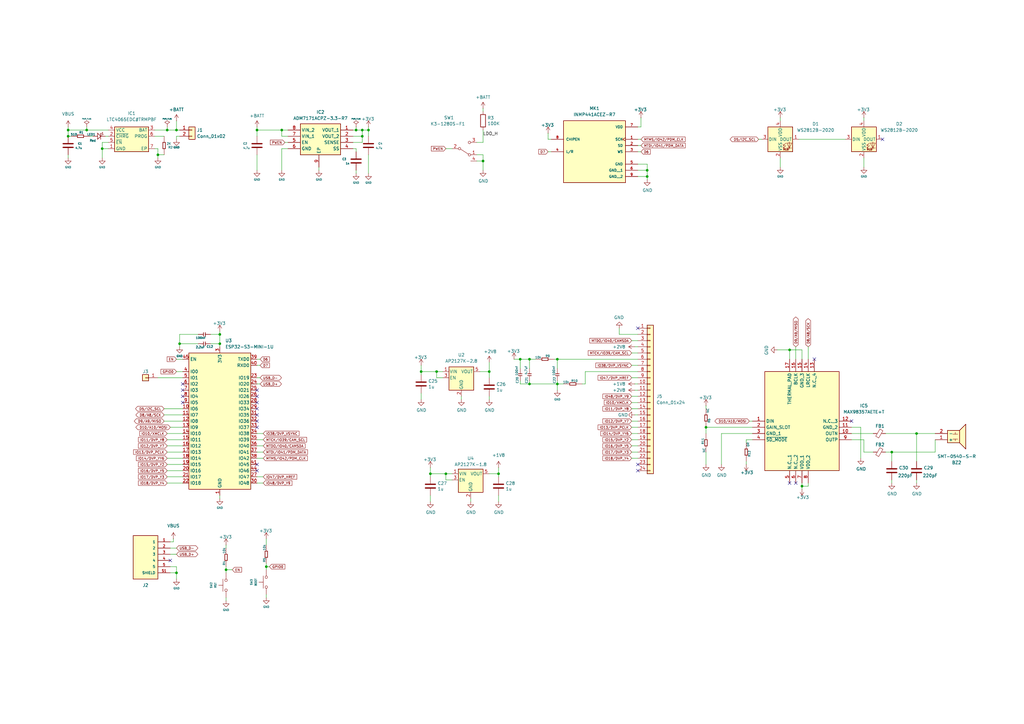
<source format=kicad_sch>
(kicad_sch (version 20231120) (generator "eeschema") (generator_version "8.0")
  (paper "A3")
  (junction (at 90.17 137.16))
  (junction (at 265.43 72.39))
  (junction (at 228.6 147.32))
  (junction (at 148.59 53.34))
  (junction (at 179.07 152.4))
  (junction (at 228.6 157.48))
  (junction (at 105.41 53.34))
  (junction (at 217.17 157.48))
  (junction (at 151.13 53.34))
  (junction (at 27.94 55.88))
  (junction (at 73.66 140.97))
  (junction (at 148.59 55.88))
  (junction (at 109.22 232.41))
  (junction (at 265.43 69.85))
  (junction (at 115.57 53.34))
  (junction (at 172.72 152.4))
  (junction (at 64.77 63.5))
  (junction (at 328.93 199.39))
  (junction (at 35.56 53.34))
  (junction (at 213.36 147.32))
  (junction (at 68.58 53.34))
  (junction (at 198.12 66.04))
  (junction (at 375.92 177.8))
  (junction (at 289.56 175.26))
  (junction (at 200.66 152.4))
  (junction (at 323.85 143.51))
  (junction (at 365.76 185.42))
  (junction (at 72.39 234.95))
  (junction (at 182.88 194.31))
  (junction (at 204.47 194.31))
  (junction (at 72.39 53.34))
  (junction (at 92.71 233.68))
  (junction (at 176.53 194.31))
  (junction (at 217.17 147.32))
  (junction (at 146.05 53.34))
  (junction (at 27.94 53.34))
  (junction (at 41.91 60.96))
  (junction (at 90.17 140.97))
  (no_connect (at 105.41 190.5))
  (no_connect (at 323.85 198.12))
  (no_connect (at 74.93 160.02))
  (no_connect (at 105.41 175.26))
  (no_connect (at 69.85 229.87))
  (no_connect (at 105.41 170.18))
  (no_connect (at 105.41 160.02))
  (no_connect (at 105.41 162.56))
  (no_connect (at 261.62 193.04))
  (no_connect (at 261.62 190.5))
  (no_connect (at 74.93 162.56))
  (no_connect (at 334.01 147.32))
  (no_connect (at 349.25 172.72))
  (no_connect (at 261.62 134.62))
  (no_connect (at 74.93 157.48))
  (no_connect (at 105.41 167.64))
  (no_connect (at 326.39 198.12))
  (no_connect (at 105.41 172.72))
  (no_connect (at 105.41 193.04))
  (no_connect (at 74.93 165.1))
  (no_connect (at 361.95 57.15))
  (no_connect (at 105.41 165.1))
  (wire (pts (xy 68.58 185.42) (xy 74.93 185.42)))
  (wire (pts (xy 90.17 204.47) (xy 90.17 203.2)))
  (wire (pts (xy 72.39 152.4) (xy 74.93 152.4)))
  (wire (pts (xy 354.33 48.26) (xy 354.33 49.53)))
  (wire (pts (xy 69.85 224.79) (xy 72.39 224.79)))
  (wire (pts (xy 238.76 157.48) (xy 240.03 157.48)))
  (wire (pts (xy 81.28 137.16) (xy 73.66 137.16)))
  (wire (pts (xy 44.45 60.96) (xy 41.91 60.96)))
  (wire (pts (xy 172.72 149.86) (xy 172.72 152.4)))
  (wire (pts (xy 148.59 58.42) (xy 148.59 55.88)))
  (wire (pts (xy 260.35 170.18) (xy 261.62 170.18)))
  (wire (pts (xy 151.13 52.07) (xy 151.13 53.34)))
  (wire (pts (xy 217.17 147.32) (xy 219.71 147.32)))
  (wire (pts (xy 228.6 157.48) (xy 231.14 157.48)))
  (wire (pts (xy 204.47 191.77) (xy 204.47 194.31)))
  (wire (pts (xy 326.39 142.24) (xy 326.39 147.32)))
  (wire (pts (xy 365.76 185.42) (xy 365.76 189.23)))
  (wire (pts (xy 261.62 154.94) (xy 259.08 154.94)))
  (wire (pts (xy 228.6 157.48) (xy 228.6 160.02)))
  (wire (pts (xy 265.43 72.39) (xy 265.43 73.66)))
  (wire (pts (xy 144.78 60.96) (xy 146.05 60.96)))
  (wire (pts (xy 109.22 220.98) (xy 109.22 223.52)))
  (wire (pts (xy 27.94 52.07) (xy 27.94 53.34)))
  (wire (pts (xy 320.04 64.77) (xy 320.04 68.58)))
  (wire (pts (xy 27.94 53.34) (xy 27.94 55.88)))
  (wire (pts (xy 107.95 180.34) (xy 105.41 180.34)))
  (wire (pts (xy 365.76 198.12) (xy 365.76 196.85)))
  (wire (pts (xy 73.66 137.16) (xy 73.66 140.97)))
  (wire (pts (xy 107.95 187.96) (xy 105.41 187.96)))
  (wire (pts (xy 261.62 52.07) (xy 262.89 52.07)))
  (wire (pts (xy 213.36 147.32) (xy 217.17 147.32)))
  (wire (pts (xy 210.82 147.32) (xy 213.36 147.32)))
  (wire (pts (xy 68.58 190.5) (xy 74.93 190.5)))
  (wire (pts (xy 224.79 62.23) (xy 226.06 62.23)))
  (wire (pts (xy 226.06 57.15) (xy 224.79 57.15)))
  (wire (pts (xy 261.62 175.26) (xy 259.08 175.26)))
  (wire (pts (xy 116.84 58.42) (xy 118.11 58.42)))
  (wire (pts (xy 27.94 55.88) (xy 29.21 55.88)))
  (wire (pts (xy 198.12 44.45) (xy 198.12 45.72)))
  (wire (pts (xy 35.56 52.07) (xy 35.56 53.34)))
  (wire (pts (xy 36.83 55.88) (xy 38.1 55.88)))
  (wire (pts (xy 179.07 152.4) (xy 181.61 152.4)))
  (wire (pts (xy 213.36 157.48) (xy 217.17 157.48)))
  (wire (pts (xy 69.85 175.26) (xy 74.93 175.26)))
  (wire (pts (xy 262.89 59.69) (xy 261.62 59.69)))
  (wire (pts (xy 72.39 232.41) (xy 72.39 234.95)))
  (wire (pts (xy 176.53 191.77) (xy 176.53 194.31)))
  (wire (pts (xy 172.72 161.29) (xy 172.72 163.83)))
  (wire (pts (xy 107.95 182.88) (xy 105.41 182.88)))
  (wire (pts (xy 109.22 232.41) (xy 110.49 232.41)))
  (wire (pts (xy 72.39 53.34) (xy 73.66 53.34)))
  (wire (pts (xy 182.88 196.85) (xy 182.88 194.31)))
  (wire (pts (xy 72.39 49.53) (xy 72.39 53.34)))
  (wire (pts (xy 328.93 200.66) (xy 328.93 199.39)))
  (wire (pts (xy 295.91 177.8) (xy 295.91 190.5)))
  (wire (pts (xy 261.62 69.85) (xy 265.43 69.85)))
  (wire (pts (xy 68.58 187.96) (xy 74.93 187.96)))
  (wire (pts (xy 68.58 195.58) (xy 74.93 195.58)))
  (wire (pts (xy 68.58 53.34) (xy 72.39 53.34)))
  (wire (pts (xy 146.05 53.34) (xy 148.59 53.34)))
  (wire (pts (xy 106.68 149.86) (xy 105.41 149.86)))
  (wire (pts (xy 115.57 60.96) (xy 118.11 60.96)))
  (wire (pts (xy 328.93 143.51) (xy 323.85 143.51)))
  (wire (pts (xy 64.77 63.5) (xy 67.31 63.5)))
  (wire (pts (xy 260.35 160.02) (xy 261.62 160.02)))
  (wire (pts (xy 105.41 63.5) (xy 105.41 69.85)))
  (wire (pts (xy 107.95 185.42) (xy 105.41 185.42)))
  (wire (pts (xy 68.58 52.07) (xy 68.58 53.34)))
  (wire (pts (xy 354.33 180.34) (xy 349.25 180.34)))
  (wire (pts (xy 328.93 147.32) (xy 328.93 143.51)))
  (wire (pts (xy 107.95 195.58) (xy 105.41 195.58)))
  (wire (pts (xy 217.17 157.48) (xy 228.6 157.48)))
  (wire (pts (xy 289.56 175.26) (xy 289.56 177.8)))
  (wire (pts (xy 308.61 180.34) (xy 306.07 180.34)))
  (wire (pts (xy 261.62 67.31) (xy 265.43 67.31)))
  (wire (pts (xy 227.33 147.32) (xy 228.6 147.32)))
  (wire (pts (xy 146.05 60.96) (xy 146.05 62.23)))
  (wire (pts (xy 261.62 177.8) (xy 259.08 177.8)))
  (wire (pts (xy 261.62 182.88) (xy 259.08 182.88)))
  (wire (pts (xy 261.62 144.78) (xy 259.08 144.78)))
  (wire (pts (xy 109.22 232.41) (xy 109.22 233.68)))
  (wire (pts (xy 68.58 193.04) (xy 74.93 193.04)))
  (wire (pts (xy 151.13 53.34) (xy 151.13 55.88)))
  (wire (pts (xy 196.85 152.4) (xy 200.66 152.4)))
  (wire (pts (xy 68.58 198.12) (xy 74.93 198.12)))
  (wire (pts (xy 105.41 53.34) (xy 105.41 55.88)))
  (wire (pts (xy 109.22 245.11) (xy 109.22 243.84)))
  (wire (pts (xy 349.25 175.26) (xy 353.06 175.26)))
  (wire (pts (xy 375.92 177.8) (xy 375.92 189.23)))
  (wire (pts (xy 262.89 57.15) (xy 261.62 57.15)))
  (wire (pts (xy 261.62 137.16) (xy 254 137.16)))
  (wire (pts (xy 189.23 163.83) (xy 189.23 162.56)))
  (wire (pts (xy 115.57 60.96) (xy 115.57 69.85)))
  (wire (pts (xy 90.17 140.97) (xy 90.17 142.24)))
  (wire (pts (xy 115.57 55.88) (xy 115.57 53.34)))
  (wire (pts (xy 63.5 53.34) (xy 68.58 53.34)))
  (wire (pts (xy 331.47 199.39) (xy 328.93 199.39)))
  (wire (pts (xy 240.03 152.4) (xy 261.62 152.4)))
  (wire (pts (xy 328.93 199.39) (xy 328.93 198.12)))
  (wire (pts (xy 228.6 147.32) (xy 261.62 147.32)))
  (wire (pts (xy 383.54 185.42) (xy 365.76 185.42)))
  (wire (pts (xy 254 137.16) (xy 254 134.62)))
  (wire (pts (xy 217.17 156.21) (xy 217.17 157.48)))
  (wire (pts (xy 204.47 203.2) (xy 204.47 205.74)))
  (wire (pts (xy 71.12 222.25) (xy 69.85 222.25)))
  (wire (pts (xy 200.66 148.59) (xy 200.66 152.4)))
  (wire (pts (xy 69.85 227.33) (xy 72.39 227.33)))
  (wire (pts (xy 63.5 60.96) (xy 64.77 60.96)))
  (wire (pts (xy 148.59 53.34) (xy 151.13 53.34)))
  (wire (pts (xy 118.11 55.88) (xy 115.57 55.88)))
  (wire (pts (xy 144.78 55.88) (xy 148.59 55.88)))
  (wire (pts (xy 198.12 63.5) (xy 198.12 66.04)))
  (wire (pts (xy 261.62 162.56) (xy 259.08 162.56)))
  (wire (pts (xy 198.12 58.42) (xy 195.58 58.42)))
  (wire (pts (xy 323.85 143.51) (xy 318.77 143.51)))
  (wire (pts (xy 198.12 53.34) (xy 198.12 58.42)))
  (wire (pts (xy 261.62 165.1) (xy 259.08 165.1)))
  (wire (pts (xy 262.89 62.23) (xy 261.62 62.23)))
  (wire (pts (xy 327.66 57.15) (xy 346.71 57.15)))
  (wire (pts (xy 195.58 66.04) (xy 198.12 66.04)))
  (wire (pts (xy 224.79 57.15) (xy 224.79 54.61)))
  (wire (pts (xy 172.72 152.4) (xy 172.72 153.67)))
  (wire (pts (xy 289.56 175.26) (xy 308.61 175.26)))
  (wire (pts (xy 41.91 58.42) (xy 41.91 60.96)))
  (wire (pts (xy 331.47 198.12) (xy 331.47 199.39)))
  (wire (pts (xy 240.03 157.48) (xy 240.03 152.4)))
  (wire (pts (xy 176.53 194.31) (xy 182.88 194.31)))
  (wire (pts (xy 86.36 137.16) (xy 90.17 137.16)))
  (wire (pts (xy 151.13 63.5) (xy 151.13 71.12)))
  (wire (pts (xy 195.58 63.5) (xy 198.12 63.5)))
  (wire (pts (xy 92.71 233.68) (xy 92.71 234.95)))
  (wire (pts (xy 67.31 167.64) (xy 74.93 167.64)))
  (wire (pts (xy 106.68 147.32) (xy 105.41 147.32)))
  (wire (pts (xy 320.04 48.26) (xy 320.04 49.53)))
  (wire (pts (xy 105.41 53.34) (xy 115.57 53.34)))
  (wire (pts (xy 261.62 187.96) (xy 259.08 187.96)))
  (wire (pts (xy 67.31 170.18) (xy 74.93 170.18)))
  (wire (pts (xy 265.43 69.85) (xy 265.43 72.39)))
  (wire (pts (xy 200.66 162.56) (xy 200.66 163.83)))
  (wire (pts (xy 90.17 137.16) (xy 90.17 140.97)))
  (wire (pts (xy 144.78 53.34) (xy 146.05 53.34)))
  (wire (pts (xy 92.71 233.68) (xy 95.25 233.68)))
  (wire (pts (xy 307.34 172.72) (xy 308.61 172.72)))
  (wire (pts (xy 64.77 154.94) (xy 74.93 154.94)))
  (wire (pts (xy 363.22 185.42) (xy 365.76 185.42)))
  (wire (pts (xy 331.47 142.24) (xy 331.47 147.32)))
  (wire (pts (xy 144.78 58.42) (xy 148.59 58.42)))
  (wire (pts (xy 130.81 68.58) (xy 130.81 69.85)))
  (wire (pts (xy 179.07 154.94) (xy 181.61 154.94)))
  (wire (pts (xy 261.62 172.72) (xy 259.08 172.72)))
  (wire (pts (xy 43.18 55.88) (xy 44.45 55.88)))
  (wire (pts (xy 261.62 72.39) (xy 265.43 72.39)))
  (wire (pts (xy 92.71 223.52) (xy 92.71 224.79)))
  (wire (pts (xy 41.91 60.96) (xy 41.91 64.77)))
  (wire (pts (xy 200.66 194.31) (xy 204.47 194.31)))
  (wire (pts (xy 353.06 175.26) (xy 353.06 187.96)))
  (wire (pts (xy 35.56 53.34) (xy 44.45 53.34)))
  (wire (pts (xy 354.33 185.42) (xy 354.33 180.34)))
  (wire (pts (xy 358.14 185.42) (xy 354.33 185.42)))
  (wire (pts (xy 363.22 177.8) (xy 375.92 177.8)))
  (wire (pts (xy 262.89 52.07) (xy 262.89 48.26)))
  (wire (pts (xy 72.39 234.95) (xy 72.39 237.49)))
  (wire (pts (xy 289.56 166.37) (xy 289.56 167.64)))
  (wire (pts (xy 69.85 234.95) (xy 72.39 234.95)))
  (wire (pts (xy 81.28 140.97) (xy 73.66 140.97)))
  (wire (pts (xy 86.36 140.97) (xy 90.17 140.97)))
  (wire (pts (xy 261.62 149.86) (xy 259.08 149.86)))
  (wire (pts (xy 44.45 58.42) (xy 41.91 58.42)))
  (wire (pts (xy 200.66 152.4) (xy 200.66 154.94)))
  (wire (pts (xy 64.77 60.96) (xy 64.77 63.5)))
  (wire (pts (xy 383.54 180.34) (xy 383.54 185.42)))
  (wire (pts (xy 289.56 190.5) (xy 289.56 185.42)))
  (wire (pts (xy 107.95 198.12) (xy 105.41 198.12)))
  (wire (pts (xy 217.17 147.32) (xy 217.17 151.13)))
  (wire (pts (xy 90.17 135.89) (xy 90.17 137.16)))
  (wire (pts (xy 148.59 55.88) (xy 148.59 53.34)))
  (wire (pts (xy 176.53 203.2) (xy 176.53 205.74)))
  (wire (pts (xy 68.58 180.34) (xy 74.93 180.34)))
  (wire (pts (xy 228.6 147.32) (xy 228.6 151.13)))
  (wire (pts (xy 213.36 147.32) (xy 213.36 151.13)))
  (wire (pts (xy 182.88 196.85) (xy 185.42 196.85)))
  (wire (pts (xy 179.07 154.94) (xy 179.07 152.4)))
  (wire (pts (xy 71.12 220.98) (xy 71.12 222.25)))
  (wire (pts (xy 265.43 67.31) (xy 265.43 69.85)))
  (wire (pts (xy 115.57 53.34) (xy 118.11 53.34)))
  (wire (pts (xy 228.6 157.48) (xy 228.6 156.21)))
  (wire (pts (xy 107.95 177.8) (xy 105.41 177.8)))
  (wire (pts (xy 106.68 154.94) (xy 105.41 154.94)))
  (wire (pts (xy 261.62 139.7) (xy 259.08 139.7)))
  (wire (pts (xy 261.62 167.64) (xy 259.08 167.64)))
  (wire (pts (xy 67.31 172.72) (xy 74.93 172.72)))
  (wire (pts (xy 92.71 232.41) (xy 92.71 233.68)))
  (wire (pts (xy 176.53 194.31) (xy 176.53 195.58)))
  (wire (pts (xy 105.41 52.07) (xy 105.41 53.34)))
  (wire (pts (xy 306.07 180.34) (xy 306.07 181.61)))
  (wire (pts (xy 375.92 198.12) (xy 375.92 196.85)))
  (wire (pts (xy 204.47 194.31) (xy 204.47 195.58)))
  (wire (pts (xy 306.07 190.5) (xy 306.07 189.23)))
  (wire (pts (xy 109.22 231.14) (xy 109.22 232.41)))
  (wire (pts (xy 72.39 147.32) (xy 74.93 147.32)))
  (wire (pts (xy 106.68 157.48) (xy 105.41 157.48)))
  (wire (pts (xy 64.77 63.5) (xy 64.77 64.77)))
  (wire (pts (xy 146.05 71.12) (xy 146.05 69.85)))
  (wire (pts (xy 354.33 64.77) (xy 354.33 68.58)))
  (wire (pts (xy 72.39 55.88) (xy 73.66 55.88)))
  (wire (pts (xy 311.15 57.15) (xy 312.42 57.15)))
  (wire (pts (xy 261.62 185.42) (xy 259.08 185.42)))
  (wire (pts (xy 68.58 182.88) (xy 74.93 182.88)))
  (wire (pts (xy 92.71 246.38) (xy 92.71 245.11)))
  (wire (pts (xy 172.72 152.4) (xy 179.07 152.4)))
  (wire (pts (xy 27.94 63.5) (xy 27.94 64.77)))
  (wire (pts (xy 73.66 140.97) (xy 73.66 142.24)))
  (wire (pts (xy 68.58 177.8) (xy 74.93 177.8)))
  (wire (pts (xy 375.92 177.8) (xy 383.54 177.8)))
  (wire (pts (xy 72.39 57.15) (xy 72.39 55.88)))
  (wire (pts (xy 198.12 66.04) (xy 198.12 69.85)))
  (wire (pts (xy 358.14 177.8) (xy 349.25 177.8)))
  (wire (pts (xy 63.5 55.88) (xy 67.31 55.88)))
  (wire (pts (xy 69.85 232.41) (xy 72.39 232.41)))
  (wire (pts (xy 182.88 60.96) (xy 185.42 60.96)))
  (wire (pts (xy 182.88 194.31) (xy 185.42 194.31)))
  (wire (pts (xy 323.85 147.32) (xy 323.85 143.51)))
  (wire (pts (xy 308.61 177.8) (xy 295.91 177.8)))
  (wire (pts (xy 27.94 53.34) (xy 35.56 53.34)))
  (wire (pts (xy 146.05 52.07) (xy 146.05 53.34)))
  (wire (pts (xy 260.35 142.24) (xy 261.62 142.24)))
  (wire (pts (xy 213.36 156.21) (xy 213.36 157.48)))
  (wire (pts (xy 260.35 157.48) (xy 261.62 157.48)))
  (wire (pts (xy 193.04 205.74) (xy 193.04 204.47)))
  (wire (pts (xy 261.62 180.34) (xy 259.08 180.34)))
  (label "LDO_H" (at 198.12 55.88 0))
  (global_label "IO16{slash}DVP_Y5" (shape input) (at 68.58 193.04 180) (effects (font (size 1 1))) (property "Intersheetrefs" "${INTERSHEET_REFS}" (effects (hide yes))))
  (global_label "IO11{slash}DVP_Y8" (shape input) (at 68.58 180.34 180) (effects (font (size 1 1))) (property "Intersheetrefs" "${INTERSHEET_REFS}" (effects (hide yes))))
  (global_label "IO10{slash}XMCLK" (shape input) (at 259.08 165.1 180) (effects (font (size 1 1))) (property "Intersheetrefs" "${INTERSHEET_REFS}" (effects (hide yes))))
  (global_label "D6" (shape input) (at 262.89 62.23 0) (effects (font (size 1 1))) (property "Intersheetrefs" "${INTERSHEET_REFS}" (effects (hide yes))))
  (global_label "D8{slash}A8{slash}SCK" (shape bidirectional) (at 67.31 170.18 180) (effects (font (size 1 1))) (property "Intersheetrefs" "${INTERSHEET_REFS}" (effects (hide yes))))
  (global_label "USB_D+" (shape bidirectional) (at 106.68 157.48 0) (effects (font (size 1 1))) (property "Intersheetrefs" "${INTERSHEET_REFS}" (effects (hide yes))))
  (global_label "D10{slash}A10{slash}MOSI" (shape bidirectional) (at 69.85 175.26 180) (effects (font (size 1 1))) (property "Intersheetrefs" "${INTERSHEET_REFS}" (effects (hide yes))))
  (global_label "MTMS{slash}IO42{slash}PDM_CLK" (shape input) (at 262.89 57.15 0) (effects (font (size 1 1))) (property "Intersheetrefs" "${INTERSHEET_REFS}" (effects (hide yes))))
  (global_label "IO38{slash}DVP_VSYNC" (shape input) (at 107.95 177.8 0) (effects (font (size 1 1))) (property "Intersheetrefs" "${INTERSHEET_REFS}" (effects (hide yes))))
  (global_label "EN" (shape input) (at 95.25 233.68 0) (effects (font (size 1 1))) (property "Intersheetrefs" "${INTERSHEET_REFS}" (effects (hide yes))))
  (global_label "IO18{slash}DVP_Y4" (shape input) (at 259.08 187.96 180) (effects (font (size 1 1))) (property "Intersheetrefs" "${INTERSHEET_REFS}" (effects (hide yes))))
  (global_label "IO15{slash}DVP_Y2" (shape input) (at 259.08 180.34 180) (effects (font (size 1 1))) (property "Intersheetrefs" "${INTERSHEET_REFS}" (effects (hide yes))))
  (global_label "MTDI{slash}IO41{slash}PDM_DATA" (shape input) (at 107.95 185.42 0) (effects (font (size 1 1))) (property "Intersheetrefs" "${INTERSHEET_REFS}" (effects (hide yes))))
  (global_label "D10{slash}A10{slash}MOSI" (shape bidirectional) (at 307.34 172.72 180) (effects (font (size 1 1))) (property "Intersheetrefs" "${INTERSHEET_REFS}" (effects (hide yes))))
  (global_label "IO48{slash}DVP_Y9" (shape input) (at 107.95 198.12 0) (effects (font (size 1 1))) (property "Intersheetrefs" "${INTERSHEET_REFS}" (effects (hide yes))))
  (global_label "IO11{slash}DVP_Y8" (shape input) (at 259.08 167.64 180) (effects (font (size 1 1))) (property "Intersheetrefs" "${INTERSHEET_REFS}" (effects (hide yes))))
  (global_label "GPIO0" (shape input) (at 110.49 232.41 0) (effects (font (size 1 1))) (property "Intersheetrefs" "${INTERSHEET_REFS}" (effects (hide yes))))
  (global_label "PWEN" (shape input) (at 116.84 58.42 180) (effects (font (size 1 1))) (property "Intersheetrefs" "${INTERSHEET_REFS}" (effects (hide yes))))
  (global_label "IO47{slash}DVP_HREF" (shape input) (at 259.08 154.94 180) (effects (font (size 1 1))) (property "Intersheetrefs" "${INTERSHEET_REFS}" (effects (hide yes))))
  (global_label "IO10{slash}XMCLK" (shape input) (at 68.58 177.8 180) (effects (font (size 1 1))) (property "Intersheetrefs" "${INTERSHEET_REFS}" (effects (hide yes))))
  (global_label "IO14{slash}DVP_YY6" (shape input) (at 259.08 177.8 180) (effects (font (size 1 1))) (property "Intersheetrefs" "${INTERSHEET_REFS}" (effects (hide yes))))
  (global_label "PWEN" (shape input) (at 182.88 60.96 180) (effects (font (size 1 1))) (property "Intersheetrefs" "${INTERSHEET_REFS}" (effects (hide yes))))
  (global_label "IO14{slash}DVP_YY6" (shape input) (at 68.58 187.96 180) (effects (font (size 1 1))) (property "Intersheetrefs" "${INTERSHEET_REFS}" (effects (hide yes))))
  (global_label "MTDI{slash}IO41{slash}PDM_DATA" (shape input) (at 262.89 59.69 0) (effects (font (size 1 1))) (property "Intersheetrefs" "${INTERSHEET_REFS}" (effects (hide yes))))
  (global_label "IO15{slash}DVP_Y2" (shape input) (at 68.58 190.5 180) (effects (font (size 1 1))) (property "Intersheetrefs" "${INTERSHEET_REFS}" (effects (hide yes))))
  (global_label "D7" (shape input) (at 106.68 149.86 0) (effects (font (size 1 1))) (property "Intersheetrefs" "${INTERSHEET_REFS}" (effects (hide yes))))
  (global_label "IO17{slash}DVP_Y3" (shape input) (at 68.58 195.58 180) (effects (font (size 1 1))) (property "Intersheetrefs" "${INTERSHEET_REFS}" (effects (hide yes))))
  (global_label "USB_D-" (shape bidirectional) (at 72.39 224.79 0) (effects (font (size 1 1))) (property "Intersheetrefs" "${INTERSHEET_REFS}" (effects (hide yes))))
  (global_label "USB_D-" (shape bidirectional) (at 106.68 154.94 0) (effects (font (size 1 1))) (property "Intersheetrefs" "${INTERSHEET_REFS}" (effects (hide yes))))
  (global_label "IO47{slash}DVP_HREF" (shape input) (at 107.95 195.58 0) (effects (font (size 1 1))) (property "Intersheetrefs" "${INTERSHEET_REFS}" (effects (hide yes))))
  (global_label "EN" (shape input) (at 72.39 147.32 180) (effects (font (size 1 1))) (property "Intersheetrefs" "${INTERSHEET_REFS}" (effects (hide yes))))
  (global_label "IO13{slash}DVP_PCLK" (shape input) (at 68.58 185.42 180) (effects (font (size 1 1))) (property "Intersheetrefs" "${INTERSHEET_REFS}" (effects (hide yes))))
  (global_label "D8{slash}A8{slash}SCK" (shape bidirectional) (at 331.47 142.24 90) (effects (font (size 1 1))) (property "Intersheetrefs" "${INTERSHEET_REFS}" (effects (hide yes))))
  (global_label "IO12{slash}DVP_Y7" (shape input) (at 259.08 172.72 180) (effects (font (size 1 1))) (property "Intersheetrefs" "${INTERSHEET_REFS}" (effects (hide yes))))
  (global_label "USB_D+" (shape bidirectional) (at 72.39 227.33 0) (effects (font (size 1 1))) (property "Intersheetrefs" "${INTERSHEET_REFS}" (effects (hide yes))))
  (global_label "MTDO{slash}IO40{slash}CAMSDA" (shape input) (at 259.08 139.7 180) (effects (font (size 1 1))) (property "Intersheetrefs" "${INTERSHEET_REFS}" (effects (hide yes))))
  (global_label "D6" (shape input) (at 106.68 147.32 0) (effects (font (size 1 1))) (property "Intersheetrefs" "${INTERSHEET_REFS}" (effects (hide yes))))
  (global_label "IO18{slash}DVP_Y4" (shape input) (at 68.58 198.12 180) (effects (font (size 1 1))) (property "Intersheetrefs" "${INTERSHEET_REFS}" (effects (hide yes))))
  (global_label "D5{slash}I2C_SCL" (shape bidirectional) (at 311.15 57.15 180) (effects (font (size 1 1))) (property "Intersheetrefs" "${INTERSHEET_REFS}" (effects (hide yes))))
  (global_label "D9{slash}A9{slash}MISO" (shape bidirectional) (at 67.31 172.72 180) (effects (font (size 1 1))) (property "Intersheetrefs" "${INTERSHEET_REFS}" (effects (hide yes))))
  (global_label "D9{slash}A9{slash}MISO" (shape bidirectional) (at 326.39 142.24 90) (effects (font (size 1 1))) (property "Intersheetrefs" "${INTERSHEET_REFS}" (effects (hide yes))))
  (global_label "IO13{slash}DVP_PCLK" (shape input) (at 259.08 175.26 180) (effects (font (size 1 1))) (property "Intersheetrefs" "${INTERSHEET_REFS}" (effects (hide yes))))
  (global_label "MTCK{slash}IO39{slash}CAM_SCL" (shape input) (at 107.95 180.34 0) (effects (font (size 1 1))) (property "Intersheetrefs" "${INTERSHEET_REFS}" (effects (hide yes))))
  (global_label "GPIO0" (shape input) (at 72.39 152.4 180) (effects (font (size 1 1))) (property "Intersheetrefs" "${INTERSHEET_REFS}" (effects (hide yes))))
  (global_label "IO16{slash}DVP_Y5" (shape input) (at 259.08 182.88 180) (effects (font (size 1 1))) (property "Intersheetrefs" "${INTERSHEET_REFS}" (effects (hide yes))))
  (global_label "MTMS{slash}IO42{slash}PDM_CLK" (shape input) (at 107.95 187.96 0) (effects (font (size 1 1))) (property "Intersheetrefs" "${INTERSHEET_REFS}" (effects (hide yes))))
  (global_label "MTCK{slash}IO39{slash}CAM_SCL" (shape input) (at 259.08 144.78 180) (effects (font (size 1 1))) (property "Intersheetrefs" "${INTERSHEET_REFS}" (effects (hide yes))))
  (global_label "IO17{slash}DVP_Y3" (shape input) (at 259.08 185.42 180) (effects (font (size 1 1))) (property "Intersheetrefs" "${INTERSHEET_REFS}" (effects (hide yes))))
  (global_label "IO48{slash}DVP_Y9" (shape input) (at 259.08 162.56 180) (effects (font (size 1 1))) (property "Intersheetrefs" "${INTERSHEET_REFS}" (effects (hide yes))))
  (global_label "IO38{slash}DVP_VSYNC" (shape input) (at 259.08 149.86 180) (effects (font (size 1 1))) (property "Intersheetrefs" "${INTERSHEET_REFS}" (effects (hide yes))))
  (global_label "D5{slash}I2C_SCL" (shape bidirectional) (at 67.31 167.64 180) (effects (font (size 1 1))) (property "Intersheetrefs" "${INTERSHEET_REFS}" (effects (hide yes))))
  (global_label "IO12{slash}DVP_Y7" (shape input) (at 68.58 182.88 180) (effects (font (size 1 1))) (property "Intersheetrefs" "${INTERSHEET_REFS}" (effects (hide yes))))
  (global_label "MTDO{slash}IO40{slash}CAMSDA" (shape input) (at 107.95 182.88 0) (effects (font (size 1 1))) (property "Intersheetrefs" "${INTERSHEET_REFS}" (effects (hide yes))))
  (global_label "D7" (shape input) (at 224.79 62.23 180) (effects (font (size 1 1))) (property "Intersheetrefs" "${INTERSHEET_REFS}" (effects (hide yes))))
  (symbol (lib_id "Device:C") (at 365.76 193.04 0) (unit 1)
    (property "Reference" "C30" (at 368.681 191.8716 0) (effects (justify left)))
    (property "Value" "220pF" (at 368.3 195.072 0) (effects (justify left)))
    (property "Footprint" "Capacitor_SMD:C_0603_1608Metric" (effects (hide yes)))
    (property "DigiKey Part Number" "490-10018-1-ND" (effects (hide yes)))
    (property "DigiKey Link" "https://www.digikey.in/en/products/detail/murata-electronics/GRM155R61E105MA12D/4905141" (effects (hide yes)))
    (property "Manufacturer" "Murata Electronics" (effects (hide yes)))
    (property "Manufacturer Product Number" "GRM155R61E105MA12D" (effects (hide yes)))
  )
  (symbol (lib_id "power:+2V8") (at 260.35 142.24 90) (unit 1)
    (property "Reference" "#PWR054" (effects (hide yes)))
    (property "Value" "+2V8" (at 256.54 142.2399 90) (effects (justify left)))
    (property "Description" "Power symbol creates a global label with name \"+2V8\"" (effects (hide yes)))
  )
  (symbol (lib_id "power:+3V3") (at 306.07 190.5 180) (unit 1)
    (property "Reference" "#PWR078" (effects (hide yes)))
    (property "Value" "+3V3" (at 306.324 193.802 0))
    (property "Description" "Power symbol creates a global label with name \"+3V3\"" (effects (hide yes)))
  )
  (symbol (lib_id "Switch:SW_SPDT") (at 190.5 60.96 0) (mirror x) (unit 1)
    (property "Reference" "SW1" (at 184.15 48.26 0))
    (property "Value" "K3-1280S-F1 " (at 184.15 50.8 0))
    (property "Footprint" "SMD_Slide_switch:slide switch spdt" (effects (hide yes)))
  )
  (symbol (lib_id "OV5674-Dual-1.0-rescue:GND-power") (at 176.53 205.74 0) (unit 1)
    (property "Reference" "#PWR061" (effects (hide yes)))
    (property "Value" "GND" (at 176.657 210.1342 0))
  )
  (symbol (lib_id "power:+3V3") (at 320.04 48.26 0) (unit 1)
    (property "Reference" "#PWR038" (effects (hide yes)))
    (property "Value" "+3V3" (at 319.786 44.958 0))
    (property "Description" "Power symbol creates a global label with name \"+3V3\"" (effects (hide yes)))
  )
  (symbol (lib_id "power:+BATT") (at 72.39 49.53 0) (unit 1)
    (property "Reference" "#PWR06" (effects (hide yes)))
    (property "Value" "+BATT" (at 72.39 44.958 0))
    (property "Description" "Power symbol creates a global label with name \"+BATT\"" (effects (hide yes)))
  )
  (symbol (lib_id "power:GND") (at 90.17 204.47 0) (unit 1)
    (property "Reference" "#PWR041" (effects (hide yes)))
    (property "Value" "GND" (at 90.17 208.28 0) (effects (font (size 0.8 0.8))))
  )
  (symbol (lib_id "power:GND") (at 64.77 64.77 0) (unit 1)
    (property "Reference" "#PWR04" (effects (hide yes)))
    (property "Value" "GND" (at 64.77 68.58 0) (effects (font (size 0.8 0.8))))
  )
  (symbol (lib_id "power:+BATT") (at 105.41 52.07 0) (unit 1)
    (property "Reference" "#PWR08" (effects (hide yes)))
    (property "Value" "+BATT" (at 105.41 47.498 0))
    (property "Description" "Power symbol creates a global label with name \"+BATT\"" (effects (hide yes)))
  )
  (symbol (lib_id "power:+3V3") (at 151.13 52.07 0) (unit 1)
    (property "Reference" "#PWR045" (effects (hide yes)))
    (property "Value" "+3V3" (at 150.876 48.768 0))
    (property "Description" "Power symbol creates a global label with name \"+3V3\"" (effects (hide yes)))
  )
  (symbol (lib_id "power:+3V3") (at 328.93 200.66 180) (unit 1)
    (property "Reference" "#PWR070" (effects (hide yes)))
    (property "Value" "+3V3" (at 329.184 203.962 0))
    (property "Description" "Power symbol creates a global label with name \"+3V3\"" (effects (hide yes)))
  )
  (symbol (lib_id "LED:WS2812B-2020") (at 354.33 57.15 0) (unit 1)
    (property "Reference" "D2" (at 368.808 50.8314 0))
    (property "Value" "WS2812B-2020" (at 368.808 53.3714 0))
    (property "Footprint" "LED_SMD:LED_WS2812B-2020_PLCC4_2.0x2.0mm" (effects (hide yes)))
    (property "Datasheet" "https://cdn-shop.adafruit.com/product-files/4684/4684_WS2812B-2020_V1.3_EN.pdf" (effects (hide yes)))
    (property "Description" "RGB LED with integrated controller, 2.0 x 2.0 mm, 12 mA" (effects (hide yes)))
  )
  (symbol (lib_id "OV5674-Dual-1.0-rescue:GND-power") (at 172.72 163.83 0) (unit 1)
    (property "Reference" "#PWR055" (effects (hide yes)))
    (property "Value" "GND" (at 172.847 168.2242 0))
  )
  (symbol (lib_id "power:GND") (at 27.94 64.77 0) (unit 1)
    (property "Reference" "#PWR02" (effects (hide yes)))
    (property "Value" "GND" (at 27.94 68.58 0) (effects (font (size 0.8 0.8))))
  )
  (symbol (lib_id "power:+3V3") (at 109.22 220.98 0) (unit 1)
    (property "Reference" "#PWR027" (effects (hide yes)))
    (property "Value" "+3V3" (at 108.966 217.678 0))
    (property "Description" "Power symbol creates a global label with name \"+3V3\"" (effects (hide yes)))
  )
  (symbol (lib_id "Discreted:R") (at 67.31 59.69 270) (unit 1)
    (property "Reference" "R2" (at 70.866 59.944 90) (effects (font (size 0.889 0.889)) (justify right top)))
    (property "Value" "2K" (at 68.326 59.436 90) (effects (font (size 0.889 0.889)) (justify left bottom)))
    (property "Footprint" "Resistor_SMD:R_0603_1608Metric" (effects (hide yes)))
  )
  (symbol (lib_id "power:PWR_FLAG") (at 35.56 52.07 0) (unit 1)
    (property "Reference" "#FLG01" (effects (hide yes)))
    (property "Value" "PWR_FLAG" (at 35.56 48.768 0) (effects (font (size 0.5 0.5))))
    (property "Description" "Special symbol for telling ERC where power comes from" (effects (hide yes)))
  )
  (symbol (lib_id "power:GND") (at 72.39 237.49 0) (unit 1)
    (property "Reference" "#PWR017" (effects (hide yes)))
    (property "Value" "GND" (at 72.39 241.3 0) (effects (font (size 0.8 0.8))))
  )
  (symbol (lib_id "Discreted:C") (at 83.82 137.16 0) (unit 1)
    (property "Reference" "C13" (effects (hide yes)))
    (property "Value" "100nF" (at 80.2444 139.0774 0) (effects (font (size 0.889 0.889)) (justify left bottom)))
    (property "Footprint" "Capacitor_SMD:C_0603_1608Metric" (effects (hide yes)))
  )
  (symbol (lib_id "power:GND") (at 198.12 69.85 0) (unit 1)
    (property "Reference" "#PWR015" (effects (hide yes)))
    (property "Value" "GND" (at 198.247 74.2442 0))
  )
  (symbol (lib_id "power:+1V8") (at 204.47 191.77 0) (unit 1)
    (property "Reference" "#PWR065" (effects (hide yes)))
    (property "Value" "+1V8" (at 204.47 186.69 0))
    (property "Description" "Power symbol creates a global label with name \"+1V8\"" (effects (hide yes)))
  )
  (symbol (lib_id "power:GND") (at 109.22 245.11 0) (unit 1)
    (property "Reference" "#PWR025" (effects (hide yes)))
    (property "Value" "GND" (at 109.22 248.92 0) (effects (font (size 0.8 0.8))))
  )
  (symbol (lib_id "Device:C") (at 27.94 59.69 0) (mirror y) (unit 1)
    (property "Reference" "C1" (at 33.655 58.9026 0) (effects (font (size 0.8 0.8)) (justify left)))
    (property "Value" "4.7u" (at 33.655 60.706 0) (effects (font (size 0.8 0.8)) (justify left)))
    (property "Footprint" "Capacitor_SMD:C_0603_1608Metric" (effects (hide yes)))
  )
  (symbol (lib_id "power:+3V3") (at 289.56 166.37 0) (unit 1)
    (property "Reference" "#PWR075" (effects (hide yes)))
    (property "Value" "+3V3" (at 289.306 163.068 0))
    (property "Description" "Power symbol creates a global label with name \"+3V3\"" (effects (hide yes)))
  )
  (symbol (lib_id "power:GND") (at 146.05 71.12 0) (unit 1)
    (property "Reference" "#PWR012" (effects (hide yes)))
    (property "Value" "GND" (at 146.05 74.93 0) (effects (font (size 0.8 0.8))))
  )
  (symbol (lib_id "OV5674-Dual-1.0-rescue:GND-power") (at 204.47 205.74 0) (unit 1)
    (property "Reference" "#PWR064" (effects (hide yes)))
    (property "Value" "GND" (at 204.597 210.1342 0))
  )
  (symbol (lib_id "power:+3V3") (at 262.89 48.26 0) (unit 1)
    (property "Reference" "#PWR066" (effects (hide yes)))
    (property "Value" "+3V3" (at 262.636 44.958 0))
    (property "Description" "Power symbol creates a global label with name \"+3V3\"" (effects (hide yes)))
  )
  (symbol (lib_id "power:GND") (at 260.35 170.18 270) (unit 1)
    (property "Reference" "#PWR049" (effects (hide yes)))
    (property "Value" "GND" (at 255.524 170.18 90))
  )
  (symbol (lib_id "power:+3V3") (at 210.82 147.32 0) (unit 1)
    (property "Reference" "#PWR050" (effects (hide yes)))
    (property "Value" "+3V3" (at 210.566 144.018 0))
    (property "Description" "Power symbol creates a global label with name \"+3V3\"" (effects (hide yes)))
  )
  (symbol (lib_id "RF_Module:ESP32-S3-MINI-1U") (at 90.17 172.72 0) (unit 1)
    (property "Reference" "U3" (at 92.3641 139.7 0) (effects (justify left)))
    (property "Value" "ESP32-S3-MINI-1U" (at 92.3641 142.24 0) (effects (justify left)))
    (property "Footprint" "RF_Module:ESP32-S2-MINI-1U" (effects (hide yes)))
    (property "Datasheet" "https://www.espressif.com/sites/default/files/documentation/esp32-s3-mini-1_mini-1u_datasheet_en.pdf" (effects (hide yes)))
    (property "Description" "RF Module, ESP32-S3 SoC, Wi-Fi 802.11b/g/n, Bluetooth, BLE, 32-bit, 3.3V, SMD, external antenna" (effects (hide yes)))
  )
  (symbol (lib_id "Device:FerriteBead_Small") (at 360.68 177.8 90) (unit 1)
    (property "Reference" "FB1" (at 360.934 174.752 90))
    (property "Value" "FerriteBead_Small" (effects (hide yes)))
    (property "Footprint" "Inductor_SMD:L_0805_2012Metric" (effects (hide yes)))
    (property "Description" "Ferrite bead, small symbol" (effects (hide yes)))
  )
  (symbol (lib_id "power:GND") (at 92.71 246.38 0) (unit 1)
    (property "Reference" "#PWR018" (effects (hide yes)))
    (property "Value" "GND" (at 92.71 250.19 0) (effects (font (size 0.8 0.8))))
  )
  (symbol (lib_id "power:GND") (at 289.56 190.5 0) (unit 1)
    (property "Reference" "#PWR073" (effects (hide yes)))
    (property "Value" "GND" (at 289.687 194.8942 0))
  )
  (symbol (lib_id "power:GND") (at 105.41 69.85 0) (unit 1)
    (property "Reference" "#PWR09" (effects (hide yes)))
    (property "Value" "GND" (at 105.41 73.66 0) (effects (font (size 0.8 0.8))))
  )
  (symbol (lib_id "Discreted:R") (at 33.02 55.88 0) (unit 1)
    (property "Reference" "R1" (at 34.29 53.848 0) (effects (font (size 0.889 0.889)) (justify right top)))
    (property "Value" "510" (at 28.956 55.626 0) (effects (font (size 0.889 0.889)) (justify left bottom)))
    (property "Footprint" "Resistor_SMD:R_0603_1608Metric" (effects (hide yes)))
  )
  (symbol (lib_id "LTC4065EDC#TRMPBF:LTC4065EDC#TRMPBF") (at 44.45 53.34 0) (unit 1)
    (property "Reference" "IC1" (at 53.975 46.482 0))
    (property "Value" "LTC4065EDC#TRMPBF" (at 53.975 49.022 0))
    (property "Footprint" "LTC4065:SON50P200X200X80-7N-D" (effects (hide yes)))
    (property "Datasheet" "https://www.arrow.com/en/products/ltc4065edctrmpbf/analog-devices" (effects (hide yes)))
    (property "Description" "Battery Charger Li-Ion 500mA 4.2V 6-Pin DFN EP T/R" (effects (hide yes)))
    (property "Height" "0.8" (effects (hide yes)))
    (property "Mouser Part Number" "584-LTC4065EDCTRMPBF" (effects (hide yes)))
    (property "Mouser Price/Stock" "https://www.mouser.co.uk/ProductDetail/Analog-Devices/LTC4065EDCTRMPBF?qs=hVkxg5c3xu%252BjxEjwXqRRgQ%3D%3D" (effects (hide yes)))
    (property "Manufacturer_Name" "Analog Devices" (effects (hide yes)))
    (property "Manufacturer_Part_Number" "LTC4065EDC#TRMPBF" (effects (hide yes)))
  )
  (symbol (lib_id "Discreted:R") (at 234.95 157.48 0) (mirror x) (unit 1)
    (property "Reference" "R10" (at 236.982 156.718 0) (effects (font (size 0.889 0.889)) (justify right top)))
    (property "Value" "10k" (at 230.886 156.21 0) (effects (font (size 0.889 0.889)) (justify left bottom)))
    (property "Footprint" "Resistor_SMD:R_0402_1005Metric" (effects (hide yes)))
  )
  (symbol (lib_id "Regulator_Linear:AP2127K-1.8") (at 193.04 196.85 0) (unit 1)
    (property "Reference" "U4" (at 193.04 187.96 0))
    (property "Value" "AP2127K-1.8" (at 193.04 190.5 0))
    (property "Footprint" "Package_TO_SOT_SMD:SOT-23-5" (effects (hide yes)))
    (property "Datasheet" "https://www.diodes.com/assets/Datasheets/AP2127.pdf" (effects (hide yes)))
    (property "Description" "300mA low dropout linear regulator, shutdown pin, 2.5V-6V input voltage, 1.8V fixed positive output, SOT-23-5" (effects (hide yes)))
  )
  (symbol (lib_id "power:+3V3") (at 224.79 54.61 0) (unit 1)
    (property "Reference" "#PWR067" (effects (hide yes)))
    (property "Value" "+3V3" (at 224.536 51.308 0))
    (property "Description" "Power symbol creates a global label with name \"+3V3\"" (effects (hide yes)))
  )
  (symbol (lib_id "power:GND") (at 73.66 142.24 0) (unit 1)
    (property "Reference" "#PWR016" (effects (hide yes)))
    (property "Value" "GND" (at 73.66 146.05 0) (effects (font (size 0.8 0.8))))
  )
  (symbol (lib_id "power:VBUS") (at 71.12 220.98 0) (unit 1)
    (property "Reference" "#PWR039" (effects (hide yes)))
    (property "Value" "VBUS" (at 71.12 215.646 0))
    (property "Description" "Power symbol creates a global label with name \"VBUS\"" (effects (hide yes)))
  )
  (symbol (lib_id "LED:WS2812B-2020") (at 320.04 57.15 0) (unit 1)
    (property "Reference" "D1" (at 334.518 50.8314 0))
    (property "Value" "WS2812B-2020" (at 334.518 53.3714 0))
    (property "Footprint" "LED_SMD:LED_WS2812B-2020_PLCC4_2.0x2.0mm" (effects (hide yes)))
    (property "Datasheet" "https://cdn-shop.adafruit.com/product-files/4684/4684_WS2812B-2020_V1.3_EN.pdf" (effects (hide yes)))
    (property "Description" "RGB LED with integrated controller, 2.0 x 2.0 mm, 12 mA" (effects (hide yes)))
  )
  (symbol (lib_id "power:GND") (at 375.92 198.12 0) (unit 1)
    (property "Reference" "#PWR077" (effects (hide yes)))
    (property "Value" "GND" (at 376.047 202.5142 0))
  )
  (symbol (lib_id "OV5674-Dual-1.0-rescue:GND-power") (at 193.04 205.74 0) (unit 1)
    (property "Reference" "#PWR062" (effects (hide yes)))
    (property "Value" "GND" (at 193.167 210.1342 0))
  )
  (symbol (lib_id "OV5674-Dual-1.0-rescue:GND-power") (at 200.66 163.83 0) (unit 1)
    (property "Reference" "#PWR058" (effects (hide yes)))
    (property "Value" "GND" (at 200.787 168.2242 0))
  )
  (symbol (lib_id "power:+3V3") (at 92.71 223.52 0) (unit 1)
    (property "Reference" "#PWR024" (effects (hide yes)))
    (property "Value" "+3V3" (at 92.456 220.218 0))
    (property "Description" "Power symbol creates a global label with name \"+3V3\"" (effects (hide yes)))
  )
  (symbol (lib_id "Discreted:C") (at 228.6 153.67 270) (unit 1)
    (property "Reference" "C22" (at 227.903 157.281 0) (effects (font (size 0.889 0.889)) (justify right top)))
    (property "Value" "100nf" (at 226.6826 150.0944 0) (effects (font (size 0.889 0.889)) (justify left bottom)))
    (property "Footprint" "Capacitor_SMD:C_0402_1005Metric" (effects (hide yes)))
  )
  (symbol (lib_id "Connector_Generic:Conn_01x24") (at 266.7 162.56 0) (unit 1)
    (property "Reference" "J5" (at 269.24 162.5599 0) (effects (justify left)))
    (property "Value" "Conn_01x24" (at 269.24 165.0999 0) (effects (justify left)))
    (property "Footprint" "Connector_FFC-FPC:TE_2-1734839-4_1x24-1MP_P0.5mm_Horizontal" (effects (hide yes)))
    (property "Description" "Generic connector, single row, 01x24, script generated (kicad-library-utils/schlib/autogen/connector/)" (effects (hide yes)))
  )
  (symbol (lib_id "Device:C") (at 146.05 66.04 0) (unit 1)
    (property "Reference" "C3" (at 140.335 65.2526 0) (effects (font (size 0.8 0.8)) (justify left)))
    (property "Value" "1n" (at 141.732 67.056 0) (effects (font (size 0.8 0.8)) (justify left)))
    (property "Footprint" "Capacitor_SMD:C_0603_1608Metric" (effects (hide yes)))
  )
  (symbol (lib_id "Discreted:R") (at 289.56 171.45 90) (mirror x) (unit 1)
    (property "Reference" "R6" (at 290.322 173.482 0) (effects (font (size 0.889 0.889)) (justify right top)))
    (property "Value" "NC" (at 290.83 167.386 0) (effects (font (size 0.889 0.889)) (justify left bottom)))
    (property "Footprint" "Resistor_SMD:R_0603_1608Metric" (effects (hide yes)))
  )
  (symbol (lib_id "OV5674-Dual-1.0-rescue:GND-power") (at 189.23 163.83 0) (unit 1)
    (property "Reference" "#PWR056" (effects (hide yes)))
    (property "Value" "GND" (at 189.357 168.2242 0))
  )
  (symbol (lib_id "OV5674-Dual-1.0-rescue:GND-power") (at 265.43 73.66 0) (unit 1)
    (property "Reference" "#PWR069" (effects (hide yes)))
    (property "Value" "GND" (at 265.557 78.0542 0))
  )
  (symbol (lib_id "Discreted:C") (at 217.17 153.67 270) (unit 1)
    (property "Reference" "C21" (at 216.473 157.281 0) (effects (font (size 0.889 0.889)) (justify right top)))
    (property "Value" "4.7uf" (at 215.2526 150.0944 0) (effects (font (size 0.889 0.889)) (justify left bottom)))
    (property "Footprint" "Capacitor_SMD:C_0402_1005Metric" (effects (hide yes)))
  )
  (symbol (lib_id "Device:C") (at 176.53 199.39 0) (unit 1)
    (property "Reference" "C27" (at 179.451 198.2216 0) (effects (justify left)))
    (property "Value" "1u" (at 179.451 200.533 0) (effects (justify left)))
    (property "Footprint" "Capacitor_SMD:C_0603_1608Metric" (effects (hide yes)))
    (property "DigiKey Part Number" "490-10018-1-ND" (effects (hide yes)))
    (property "DigiKey Link" "https://www.digikey.in/en/products/detail/murata-electronics/GRM155R61E105MA12D/4905141" (effects (hide yes)))
    (property "Manufacturer" "Murata Electronics" (effects (hide yes)))
    (property "Manufacturer Product Number" "GRM155R61E105MA12D" (effects (hide yes)))
  )
  (symbol (lib_id "Device:FerriteBead_Small") (at 360.68 185.42 90) (unit 1)
    (property "Reference" "FB2" (at 360.934 182.372 90))
    (property "Value" "FerriteBead_Small" (effects (hide yes)))
    (property "Footprint" "Inductor_SMD:L_0805_2012Metric" (effects (hide yes)))
    (property "Description" "Ferrite bead, small symbol" (effects (hide yes)))
  )
  (symbol (lib_id "power:GND") (at 318.77 143.51 270) (unit 1)
    (property "Reference" "#PWR074" (effects (hide yes)))
    (property "Value" "GND" (at 314.3758 143.637 0))
  )
  (symbol (lib_id "power:+3V3") (at 90.17 135.89 0) (unit 1)
    (property "Reference" "#PWR042" (effects (hide yes)))
    (property "Value" "+3V3" (at 89.916 132.588 0))
    (property "Description" "Power symbol creates a global label with name \"+3V3\"" (effects (hide yes)))
  )
  (symbol (lib_id "power:+1V8") (at 260.35 157.48 90) (unit 1)
    (property "Reference" "#PWR048" (effects (hide yes)))
    (property "Value" "+1V8" (at 256.54 157.4799 90) (effects (justify left)))
    (property "Description" "Power symbol creates a global label with name \"+1V8\"" (effects (hide yes)))
  )
  (symbol (lib_id "power:GND") (at 151.13 71.12 0) (unit 1)
    (property "Reference" "#PWR013" (effects (hide yes)))
    (property "Value" "GND" (at 151.13 74.93 0) (effects (font (size 0.8 0.8))))
  )
  (symbol (lib_id "Device:R") (at 198.12 49.53 0) (unit 1)
    (property "Reference" "R3" (at 199.898 48.3616 0) (effects (justify left)))
    (property "Value" "100K" (at 199.898 50.673 0) (effects (justify left)))
    (property "Footprint" "Resistor_SMD:R_0603_1608Metric" (effects (hide yes)))
  )
  (symbol (lib_id "power:GND") (at 295.91 190.5 0) (unit 1)
    (property "Reference" "#PWR071" (effects (hide yes)))
    (property "Value" "GND" (at 296.037 194.8942 0))
  )
  (symbol (lib_id "power:+BATT") (at 198.12 44.45 0) (unit 1)
    (property "Reference" "#PWR014" (effects (hide yes)))
    (property "Value" "+BATT" (at 198.12 39.878 0))
    (property "Description" "Power symbol creates a global label with name \"+BATT\"" (effects (hide yes)))
  )
  (symbol (lib_id "power:+2V8") (at 260.35 160.02 90) (unit 1)
    (property "Reference" "#PWR047" (effects (hide yes)))
    (property "Value" "+2V8" (at 256.54 160.0199 90) (effects (justify left)))
    (property "Description" "Power symbol creates a global label with name \"+2V8\"" (effects (hide yes)))
  )
  (symbol (lib_id "Discreted:C") (at 83.82 140.97 0) (unit 1)
    (property "Reference" "C12" (at 87.431 141.667 0) (effects (font (size 0.889 0.889)) (justify right top)))
    (property "Value" "2.2uF" (at 80.2444 142.8874 0) (effects (font (size 0.889 0.889)) (justify left bottom)))
    (property "Footprint" "Capacitor_SMD:C_0603_1608Metric" (effects (hide yes)))
  )
  (symbol (lib_id "power:GND") (at 353.06 187.96 0) (unit 1)
    (property "Reference" "#PWR072" (effects (hide yes)))
    (property "Value" "GND" (at 353.187 192.3542 0))
  )
  (symbol (lib_id "Discreted:C") (at 213.36 153.67 270) (unit 1)
    (property "Reference" "C20" (at 212.663 157.281 0) (effects (font (size 0.889 0.889)) (justify right top)))
    (property "Value" "100nf" (at 211.4426 150.0944 0) (effects (font (size 0.889 0.889)) (justify left bottom)))
    (property "Footprint" "Capacitor_SMD:C_0402_1005Metric" (effects (hide yes)))
  )
  (symbol (lib_id "Connector_Generic:Conn_01x02") (at 78.74 53.34 0) (unit 1)
    (property "Reference" "J1" (at 80.772 53.3399 0) (effects (justify left)))
    (property "Value" "Conn_01x02" (at 80.772 55.8799 0) (effects (justify left)))
    (property "Footprint" "Connector_PinHeader_2.00mm:PinHeader_1x02_P2.00mm_Vertical" (effects (hide yes)))
    (property "Description" "Generic connector, single row, 01x02, script generated (kicad-library-utils/schlib/autogen/connector/)" (effects (hide yes)))
  )
  (symbol (lib_id "Discreted:R") (at 223.52 147.32 0) (mirror x) (unit 1)
    (property "Reference" "R9" (at 225.552 146.558 0) (effects (font (size 0.889 0.889)) (justify right top)))
    (property "Value" "10k" (at 219.456 146.05 0) (effects (font (size 0.889 0.889)) (justify left bottom)))
    (property "Footprint" "Resistor_SMD:R_0402_1005Metric" (effects (hide yes)))
  )
  (symbol (lib_id "Device:C") (at 375.92 193.04 0) (unit 1)
    (property "Reference" "C29" (at 378.841 191.8716 0) (effects (justify left)))
    (property "Value" "220pF" (at 378.46 195.072 0) (effects (justify left)))
    (property "Footprint" "Capacitor_SMD:C_0603_1608Metric" (effects (hide yes)))
    (property "DigiKey Part Number" "490-10018-1-ND" (effects (hide yes)))
    (property "DigiKey Link" "https://www.digikey.in/en/products/detail/murata-electronics/GRM155R61E105MA12D/4905141" (effects (hide yes)))
    (property "Manufacturer" "Murata Electronics" (effects (hide yes)))
    (property "Manufacturer Product Number" "GRM155R61E105MA12D" (effects (hide yes)))
  )
  (symbol (lib_id "Switch:SW_Push") (at 109.22 238.76 90) (unit 1)
    (property "Reference" "SW3" (at 103.124 238.76 0) (effects (font (size 0.8 0.8))))
    (property "Value" "BOOT" (at 104.902 238.76 0) (effects (font (size 0.8 0.8))))
    (property "Footprint" "3x4x2:Tactile 3x4x2mm TS-A010" (effects (hide yes)))
  )
  (symbol (lib_id "Device:C") (at 172.72 157.48 0) (unit 1)
    (property "Reference" "C25" (at 175.641 156.3116 0) (effects (justify left)))
    (property "Value" "1u" (at 175.641 158.623 0) (effects (justify left)))
    (property "Footprint" "Capacitor_SMD:C_0603_1608Metric" (effects (hide yes)))
    (property "DigiKey Part Number" "490-10018-1-ND" (effects (hide yes)))
    (property "DigiKey Link" "https://www.digikey.in/en/products/detail/murata-electronics/GRM155R61E105MA12D/4905141" (effects (hide yes)))
    (property "Manufacturer" "Murata Electronics" (effects (hide yes)))
    (property "Manufacturer Product Number" "GRM155R61E105MA12D" (effects (hide yes)))
  )
  (symbol (lib_id "Connector_Generic:Conn_01x01") (at 59.69 154.94 0) (mirror y) (unit 1)
    (property "Reference" "J3" (at 59.69 152.4 0))
    (property "Value" "Conn_01x01" (effects (hide yes)))
    (property "Footprint" "Connector_PinHeader_2.54mm:PinHeader_1x01_P2.54mm_Vertical" (effects (hide yes)))
    (property "Description" "Generic connector, single row, 01x01, script generated (kicad-library-utils/schlib/autogen/connector/)" (effects (hide yes)))
  )
  (symbol (lib_id "ADM7171ACPZ-3_3-R7:ADM7171ACPZ-3.3-R7") (at 118.11 53.34 0) (unit 1)
    (property "Reference" "IC2" (at 131.445 45.974 0))
    (property "Value" "ADM7171ACPZ-3.3-R7" (at 131.445 48.514 0))
    (property "Footprint" "ADM7171ACPZ-3.3-R7:SON50P300X300X80-9N-D" (effects (hide yes)))
    (property "Datasheet" "http://www.analog.com/media/en/technical-documentation/data-sheets/ADM7171.pdf" (effects (hide yes)))
    (property "Description" "ANALOG DEVICES - ADM7171ACPZ-3.3-R7 - LDO, FIXED, 3.3V, 1A, LFCSP-8" (effects (hide yes)))
    (property "Height" "0.8" (effects (hide yes)))
    (property "DigiKey Part Number" "505-ADM7171ACPZ-3.3-R7CT-ND" (effects (hide yes)))
    (property "DigiKey Link" "https://www.digikey.in/en/products/detail/analog-devices-inc/ADM7171ACPZ-3-3-R7/5011539" (effects (hide yes)))
    (property "Manufacturer_Name" "Analog Devices" (effects (hide yes)))
    (property "Manufacturer_Part_Number" "ADM7171ACPZ-3.3-R7" (effects (hide yes)))
  )
  (symbol (lib_id "power:GND") (at 365.76 198.12 0) (unit 1)
    (property "Reference" "#PWR076" (effects (hide yes)))
    (property "Value" "GND" (at 365.887 202.5142 0))
  )
  (symbol (lib_id "MicroUSB:10118194-0001LF") (at 59.69 229.87 0) (mirror y) (unit 1)
    (property "Reference" "J2" (at 59.69 240.03 0))
    (property "Value" "10118194-0001LF" (effects (hide yes)))
    (property "Footprint" "MicroUSB:AMPHENOL_10118194-0001LF" (effects (hide yes)))
    (property "PARTREV" "D" (effects (hide yes)))
    (property "STANDARD" "Manufacturer Recommendations" (effects (hide yes)))
    (property "MAXIMUM_PACKAGE_HEIGHT" "2.66 mm" (effects (hide yes)))
    (property "MANUFACTURER" "Amphenol ICC" (effects (hide yes)))
  )
  (symbol (lib_id "Device:C") (at 204.47 199.39 0) (unit 1)
    (property "Reference" "C28" (at 207.391 198.2216 0) (effects (justify left)))
    (property "Value" "1u" (at 207.391 200.533 0) (effects (justify left)))
    (property "Footprint" "Capacitor_SMD:C_0603_1608Metric" (effects (hide yes)))
    (property "DigiKey Part Number" "490-10018-1-ND" (effects (hide yes)))
    (property "DigiKey Link" "https://www.digikey.in/en/products/detail/murata-electronics/GRM155R61E105MA12D/4905141" (effects (hide yes)))
    (property "Manufacturer" "Murata Electronics" (effects (hide yes)))
    (property "Manufacturer Product Number" "GRM155R61E105MA12D" (effects (hide yes)))
  )
  (symbol (lib_id "Discreted:R") (at 306.07 185.42 90) (mirror x) (unit 1)
    (property "Reference" "R12" (at 306.832 187.452 0) (effects (font (size 0.889 0.889)) (justify right top)))
    (property "Value" "0R" (at 307.34 181.356 0) (effects (font (size 0.889 0.889)) (justify left bottom)))
    (property "Footprint" "Resistor_SMD:R_0603_1608Metric" (effects (hide yes)))
  )
  (symbol (lib_id "power:VBUS") (at 27.94 52.07 0) (unit 1)
    (property "Reference" "#PWR01" (effects (hide yes)))
    (property "Value" "VBUS" (at 27.94 46.736 0))
    (property "Description" "Power symbol creates a global label with name \"VBUS\"" (effects (hide yes)))
  )
  (symbol (lib_id "Discreted:R") (at 289.56 181.61 270) (mirror x) (unit 1)
    (property "Reference" "R11" (at 288.798 179.578 0) (effects (font (size 0.889 0.889)) (justify right top)))
    (property "Value" "NC" (at 288.29 185.674 0) (effects (font (size 0.889 0.889)) (justify left bottom)))
    (property "Footprint" "Resistor_SMD:R_0603_1608Metric" (effects (hide yes)))
  )
  (symbol (lib_id "power:GND") (at 115.57 69.85 0) (unit 1)
    (property "Reference" "#PWR010" (effects (hide yes)))
    (property "Value" "GND" (at 115.57 73.66 0) (effects (font (size 0.8 0.8))))
  )
  (symbol (lib_id "power:GND") (at 72.39 57.15 0) (unit 1)
    (property "Reference" "#PWR07" (effects (hide yes)))
    (property "Value" "GND" (at 72.39 60.452 0) (effects (font (size 0.8 0.8))))
  )
  (symbol (lib_id "power:GND") (at 320.04 68.58 0) (unit 1)
    (property "Reference" "#PWR035" (effects (hide yes)))
    (property "Value" "GND" (at 320.04 72.39 0) (effects (font (size 0.8 0.8))))
  )
  (symbol (lib_id "Device:C") (at 105.41 59.69 0) (unit 1)
    (property "Reference" "C2" (at 99.695 58.9026 0) (effects (font (size 0.8 0.8)) (justify left)))
    (property "Value" "4.7u" (at 99.695 60.706 0) (effects (font (size 0.8 0.8)) (justify left)))
    (property "Footprint" "Capacitor_SMD:C_0603_1608Metric" (effects (hide yes)))
  )
  (symbol (lib_id "power:GND") (at 41.91 64.77 0) (unit 1)
    (property "Reference" "#PWR03" (effects (hide yes)))
    (property "Value" "GND" (at 41.91 68.58 0) (effects (font (size 0.8 0.8))))
  )
  (symbol (lib_id "Device:C") (at 151.13 59.69 0) (mirror y) (unit 1)
    (property "Reference" "C4" (at 156.845 58.9026 0) (effects (font (size 0.8 0.8)) (justify left)))
    (property "Value" "4.7u" (at 156.845 60.706 0) (effects (font (size 0.8 0.8)) (justify left)))
    (property "Footprint" "Capacitor_SMD:C_0603_1608Metric" (effects (hide yes)))
  )
  (symbol (lib_id "power:GND") (at 228.6 160.02 0) (unit 1)
    (property "Reference" "#PWR051" (effects (hide yes)))
    (property "Value" "GND" (at 228.6 163.83 0) (effects (font (size 0.8 0.8))))
  )
  (symbol (lib_id "power:+3V3") (at 176.53 191.77 0) (unit 1)
    (property "Reference" "#PWR060" (effects (hide yes)))
    (property "Value" "+3V3" (at 176.276 188.468 0))
    (property "Description" "Power symbol creates a global label with name \"+3V3\"" (effects (hide yes)))
  )
  (symbol (lib_id "power:+3V3") (at 354.33 48.26 0) (unit 1)
    (property "Reference" "#PWR019" (effects (hide yes)))
    (property "Value" "+3V3" (at 354.076 44.958 0))
    (property "Description" "Power symbol creates a global label with name \"+3V3\"" (effects (hide yes)))
  )
  (symbol (lib_id "Discreted:LED") (at 40.64 55.88 180) (unit 1)
    (property "Reference" "LED1" (at 39.116 54.61 0) (effects (font (size 0.889 0.889)) (justify left bottom)))
    (property "Value" "Red" (at 39.37 57.15 0) (effects (font (size 0.889 0.889)) (justify left bottom)))
    (property "Footprint" "LED_SMD:LED_0603_1608Metric" (effects (hide yes)))
  )
  (symbol (lib_id "Device:C") (at 200.66 158.75 0) (unit 1)
    (property "Reference" "C26" (at 203.581 157.5816 0) (effects (justify left)))
    (property "Value" "1u" (at 203.581 159.893 0) (effects (justify left)))
    (property "Footprint" "Capacitor_SMD:C_0603_1608Metric" (effects (hide yes)))
    (property "DigiKey Part Number" "490-10018-1-ND" (effects (hide yes)))
    (property "DigiKey Link" "https://www.digikey.in/en/products/detail/murata-electronics/GRM155R61E105MA12D/4905141" (effects (hide yes)))
    (property "Manufacturer" "Murata Electronics" (effects (hide yes)))
    (property "Manufacturer Product Number" "GRM155R61E105MA12D" (effects (hide yes)))
  )
  (symbol (lib_id "Switch:SW_Push") (at 92.71 240.03 90) (unit 1)
    (property "Reference" "SW2" (at 86.614 240.03 0) (effects (font (size 0.8 0.8))))
    (property "Value" "RST" (at 88.392 240.03 0) (effects (font (size 0.8 0.8))))
    (property "Footprint" "3x4x2:Tactile 3x4x2mm TS-A010" (effects (hide yes)))
  )
  (symbol (lib_id "power:+3V3") (at 172.72 149.86 0) (unit 1)
    (property "Reference" "#PWR059" (effects (hide yes)))
    (property "Value" "+3V3" (at 172.466 146.558 0))
    (property "Description" "Power symbol creates a global label with name \"+3V3\"" (effects (hide yes)))
  )
  (symbol (lib_id "MAX98357AETE+T:MAX98357AETE+T") (at 308.61 172.72 0) (unit 1)
    (property "Reference" "IC5" (at 354.33 166.4014 0))
    (property "Value" "MAX98357AETE+T" (at 354.33 168.9414 0))
    (property "Footprint" "MAX98357AETE+T:QFN50P300X300X80-17N" (effects (hide yes)))
    (property "Datasheet" "https://datasheets.maximintegrated.com/en/ds/MAX98357A-MAX98357B.pdf" (effects (hide yes)))
    (property "Description" "Audio Amplifiers Digital Input Class D Amplifier" (effects (hide yes)))
    (property "Height" "0.8" (effects (hide yes)))
    (property "Mouser Part Number" "700-MAX98357AETE+T" (effects (hide yes)))
    (property "Mouser Price/Stock" "https://www.mouser.co.uk/ProductDetail/Analog-Devices-Maxim-Integrated/MAX98357AETE%2bT?qs=AAveGqk956HhNpoJjF5x2g%3D%3D" (effects (hide yes)))
    (property "Manufacturer_Name" "Analog Devices" (effects (hide yes)))
    (property "Manufacturer_Part_Number" "MAX98357AETE+T" (effects (hide yes)))
  )
  (symbol (lib_id "INMP441ACEZ-R7:INMP441ACEZ-R7") (at 243.84 59.69 0) (unit 1)
    (property "Reference" "MK1" (at 243.84 44.45 0))
    (property "Value" "INMP441ACEZ-R7" (at 243.84 46.99 0))
    (property "Footprint" "INMP441ACEZ_R7:MIC_INMP441ACEZ-R7" (effects (hide yes)))
    (property "PARTREV" "1.1" (effects (hide yes)))
    (property "MANUFACTURER" "TDK InvenSense" (effects (hide yes)))
    (property "MAXIMUM_PACKAGE_HEIGHT" "1.05 mm" (effects (hide yes)))
    (property "STANDARD" "Manufacturer Recommendations" (effects (hide yes)))
  )
  (symbol (lib_id "power:PWR_FLAG") (at 146.05 52.07 0) (unit 1)
    (property "Reference" "#FLG03" (effects (hide yes)))
    (property "Value" "PWR_FLAG" (at 146.05 48.768 0) (effects (font (size 0.5 0.5))))
    (property "Description" "Special symbol for telling ERC where power comes from" (effects (hide yes)))
  )
  (symbol (lib_id "OV5674-Dual-1.0-rescue:+2V8-power") (at 200.66 148.59 0) (unit 1)
    (property "Reference" "#PWR057" (effects (hide yes)))
    (property "Value" "+2V8" (at 201.041 144.1958 0))
  )
  (symbol (lib_id "Discreted:R") (at 92.71 228.6 270) (unit 1)
    (property "Reference" "R4" (at 92.456 231.902 0) (effects (font (size 0.889 0.889)) (justify right top)))
    (property "Value" "10k" (at 91.44 224.536 0) (effects (font (size 0.889 0.889)) (justify left bottom)))
    (property "Footprint" "Resistor_SMD:R_0603_1608Metric" (effects (hide yes)))
  )
  (symbol (lib_id "power:GND") (at 254 134.62 180) (unit 1)
    (property "Reference" "#PWR05" (effects (hide yes)))
    (property "Value" "GND" (at 253.873 130.2258 0))
  )
  (symbol (lib_id "power:GND") (at 130.81 69.85 0) (unit 1)
    (property "Reference" "#PWR011" (effects (hide yes)))
    (property "Value" "GND" (at 130.81 73.66 0) (effects (font (size 0.8 0.8))))
  )
  (symbol (lib_id "power:GND") (at 354.33 68.58 0) (unit 1)
    (property "Reference" "#PWR020" (effects (hide yes)))
    (property "Value" "GND" (at 354.33 72.39 0) (effects (font (size 0.8 0.8))))
  )
  (symbol (lib_id "Regulator_Linear:AP2127K-1.5") (at 189.23 154.94 0) (unit 1)
    (property "Reference" "U2" (at 189.23 145.542 0))
    (property "Value" "AP2127K-2.8" (at 189.23 148.082 0))
    (property "Footprint" "Package_TO_SOT_SMD:SOT-23-5" (effects (hide yes)))
    (property "Datasheet" "https://www.diodes.com/assets/Datasheets/AP2127.pdf" (effects (hide yes)))
    (property "Description" "300mA low dropout linear regulator, shutdown pin, 2.5V-6V input voltage, 1.5V fixed positive output, SOT-23-5" (effects (hide yes)))
    (property "DigiKey Part Number" "AP2127K-2.8TRG1DICT-ND" (effects (hide yes)))
    (property "DigiKey Link" "https://www.digikey.in/en/products/detail/diodes-incorporated/AP2127K-2-8TRG1/4570641?s=N4IgTCBcDaIIIAUwEYwHYDSBaMA6AHCALoC%2BQA" (effects (hide yes)))
    (property "Manufacturer" "Diodes Incorporated" (effects (hide yes)))
    (property "Manufacturer Product Number" "AP2127K-2.8TRG1" (effects (hide yes)))
  )
  (symbol (lib_id "Discreted:R") (at 109.22 227.33 270) (unit 1)
    (property "Reference" "R5" (at 108.966 230.632 0) (effects (font (size 0.889 0.889)) (justify right top)))
    (property "Value" "10k" (at 107.95 223.266 0) (effects (font (size 0.889 0.889)) (justify left bottom)))
    (property "Footprint" "Resistor_SMD:R_0603_1608Metric" (effects (hide yes)))
  )
  (symbol (lib_id "bUZZERsmd:SMT-0540-S-R") (at 383.54 177.8 0) (unit 1)
    (property "Reference" "BZ2" (at 392.3665 189.738 0))
    (property "Value" "SMT-0540-S-R" (at 392.3665 187.198 0))
    (property "Footprint" "Connector_JST:JST_PH_B2B-PH-K_1x02_P2.00mm_Vertical" (effects (hide yes)))
    (property "Datasheet" "http://www.puiaudio.com/pdf/SMT-0540-S-R.pdf" (effects (hide yes)))
    (property "Description" "Speakers & Transducers SMD TRANSDUCER 3VP-P 100MA" (effects (hide yes)))
    (property "Height" "2" (effects (hide yes)))
    (property "DigiKey Part Number" "668-1060-1-ND" (effects (hide yes)))
    (property "DigiKey Link" "https://www.digikey.in/en/products/detail/pui-audio-inc/SMT-0540-S-R/1464799" (effects (hide yes)))
    (property "Manufacturer_Name" "PUI Audio" (effects (hide yes)))
    (property "Manufacturer_Part_Number" "SMT-0540-S-R" (effects (hide yes)))
  )
  (symbol (lib_id "power:PWR_FLAG") (at 68.58 52.07 0) (unit 1)
    (property "Reference" "#FLG02" (effects (hide yes)))
    (property "Value" "PWR_FLAG" (at 68.58 48.768 0) (effects (font (size 0.5 0.5))))
    (property "Description" "Special symbol for telling ERC where power comes from" (effects (hide yes)))
  )
)
</source>
